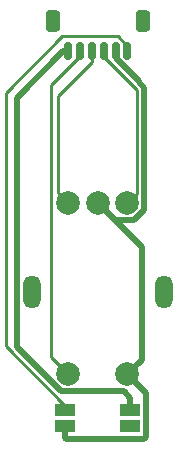
<source format=gbr>
%TF.GenerationSoftware,KiCad,Pcbnew,(6.0.5)*%
%TF.CreationDate,2022-08-05T18:45:46+09:00*%
%TF.ProjectId,ergotonic_f24_exre,6572676f-746f-46e6-9963-5f6632345f65,rev?*%
%TF.SameCoordinates,Original*%
%TF.FileFunction,Copper,L1,Top*%
%TF.FilePolarity,Positive*%
%FSLAX46Y46*%
G04 Gerber Fmt 4.6, Leading zero omitted, Abs format (unit mm)*
G04 Created by KiCad (PCBNEW (6.0.5)) date 2022-08-05 18:45:46*
%MOMM*%
%LPD*%
G01*
G04 APERTURE LIST*
G04 Aperture macros list*
%AMRoundRect*
0 Rectangle with rounded corners*
0 $1 Rounding radius*
0 $2 $3 $4 $5 $6 $7 $8 $9 X,Y pos of 4 corners*
0 Add a 4 corners polygon primitive as box body*
4,1,4,$2,$3,$4,$5,$6,$7,$8,$9,$2,$3,0*
0 Add four circle primitives for the rounded corners*
1,1,$1+$1,$2,$3*
1,1,$1+$1,$4,$5*
1,1,$1+$1,$6,$7*
1,1,$1+$1,$8,$9*
0 Add four rect primitives between the rounded corners*
20,1,$1+$1,$2,$3,$4,$5,0*
20,1,$1+$1,$4,$5,$6,$7,0*
20,1,$1+$1,$6,$7,$8,$9,0*
20,1,$1+$1,$8,$9,$2,$3,0*%
G04 Aperture macros list end*
%TA.AperFunction,ComponentPad*%
%ADD10C,2.000000*%
%TD*%
%TA.AperFunction,ComponentPad*%
%ADD11O,1.500000X2.800000*%
%TD*%
%TA.AperFunction,SMDPad,CuDef*%
%ADD12R,1.700000X1.000000*%
%TD*%
%TA.AperFunction,SMDPad,CuDef*%
%ADD13RoundRect,0.150000X-0.150000X-0.625000X0.150000X-0.625000X0.150000X0.625000X-0.150000X0.625000X0*%
%TD*%
%TA.AperFunction,ComponentPad*%
%ADD14RoundRect,0.249600X-0.350400X-0.650400X0.350400X-0.650400X0.350400X0.650400X-0.350400X0.650400X0*%
%TD*%
%TA.AperFunction,Conductor*%
%ADD15C,0.250000*%
%TD*%
%TA.AperFunction,Conductor*%
%ADD16C,0.500000*%
%TD*%
G04 APERTURE END LIST*
D10*
%TO.P,REX1,A,A*%
%TO.N,ENC_A*%
X2500000Y-88500000D03*
%TO.P,REX1,B,B*%
%TO.N,ENC_B*%
X-2500000Y-88500000D03*
%TO.P,REX1,C,C*%
%TO.N,GND*%
X0Y-88500000D03*
D11*
%TO.P,REX1,MP*%
%TO.N,N/C*%
X5600000Y-96000000D03*
X-5600000Y-96000000D03*
D10*
%TO.P,REX1,S1,S1*%
%TO.N,ENC_PUSH*%
X-2500000Y-103000000D03*
%TO.P,REX1,S2,S2*%
%TO.N,GND*%
X2500000Y-103000000D03*
%TD*%
D12*
%TO.P,LED_X1,1,VDD*%
%TO.N,VCC*%
X2750000Y-106000000D03*
%TO.P,LED_X1,2,DOUT*%
%TO.N,unconnected-(LED_X1-Pad2)*%
X2750000Y-107400000D03*
%TO.P,LED_X1,3,VSS*%
%TO.N,GND*%
X-2750000Y-107400000D03*
%TO.P,LED_X1,4,DIN*%
%TO.N,LED_EXT*%
X-2750000Y-106000000D03*
%TD*%
D13*
%TO.P,JX1,1,Pin_1*%
%TO.N,VCC*%
X-2500000Y-75625000D03*
%TO.P,JX1,2,Pin_2*%
%TO.N,ENC_PUSH*%
X-1500000Y-75625000D03*
%TO.P,JX1,3,Pin_3*%
%TO.N,ENC_B*%
X-500000Y-75625000D03*
%TO.P,JX1,4,Pin_4*%
%TO.N,ENC_A*%
X500000Y-75625000D03*
%TO.P,JX1,5,Pin_5*%
%TO.N,GND*%
X1500000Y-75625000D03*
%TO.P,JX1,6,Pin_6*%
%TO.N,LED_EXT*%
X2500000Y-75625000D03*
D14*
%TO.P,JX1,MP*%
%TO.N,N/C*%
X-3800000Y-73100000D03*
X3800000Y-73100000D03*
%TD*%
D15*
%TO.N,ENC_A*%
X500000Y-76100012D02*
X500000Y-75625000D01*
X3300000Y-78900012D02*
X500000Y-76100012D01*
X3300000Y-87700000D02*
X3300000Y-78900012D01*
X2500000Y-88500000D02*
X3300000Y-87700000D01*
D16*
%TO.N,GND*%
X1500000Y-76247849D02*
X1500000Y-75625000D01*
X3450000Y-78237530D02*
X3450000Y-78197849D01*
X3450000Y-78197849D02*
X1500000Y-76247849D01*
X3949511Y-89100408D02*
X3949511Y-78737041D01*
X1449511Y-89949511D02*
X3100408Y-89949511D01*
X3100408Y-89949511D02*
X3949511Y-89100408D01*
X3949511Y-78737041D02*
X3450000Y-78237530D01*
X0Y-88500000D02*
X1449511Y-89949511D01*
D15*
%TO.N,ENC_B*%
X-500000Y-76550000D02*
X-500000Y-75625000D01*
X-3350000Y-79400000D02*
X-500000Y-76550000D01*
X-3350000Y-87650000D02*
X-3350000Y-79400000D01*
X-2500000Y-88500000D02*
X-3350000Y-87650000D01*
%TO.N,ENC_PUSH*%
X-3950000Y-101550000D02*
X-3950000Y-78521072D01*
X-2500000Y-103000000D02*
X-3950000Y-101550000D01*
X-1500000Y-76071072D02*
X-1500000Y-75625000D01*
X-3950000Y-78521072D02*
X-1500000Y-76071072D01*
%TO.N,LED_EXT*%
X-7800000Y-100600000D02*
X-2750000Y-105650000D01*
X-3050000Y-74400000D02*
X-7800000Y-79150000D01*
X1721072Y-74400000D02*
X-3050000Y-74400000D01*
X2500000Y-75178928D02*
X1721072Y-74400000D01*
X2500000Y-75625000D02*
X2500000Y-75178928D01*
D16*
%TO.N,VCC*%
X-6869520Y-100717998D02*
X-6869520Y-79569520D01*
X-6869520Y-79569520D02*
X-2925000Y-75625000D01*
X2199511Y-104449511D02*
X-3138007Y-104449511D01*
X-2925000Y-75625000D02*
X-2500000Y-75625000D01*
X2750000Y-105000000D02*
X2199511Y-104449511D01*
D15*
%TO.N,LED_EXT*%
X-7800000Y-79150000D02*
X-7800000Y-100600000D01*
D16*
%TO.N,VCC*%
X-3138007Y-104449511D02*
X-6869520Y-100717998D01*
X2750000Y-106000000D02*
X2750000Y-105000000D01*
D15*
%TO.N,LED_EXT*%
X-2750000Y-105650000D02*
X-2750000Y-106000000D01*
D16*
%TO.N,GND*%
X3750000Y-101750000D02*
X3750000Y-92250000D01*
X2500000Y-103000000D02*
X3750000Y-101750000D01*
X3750000Y-92250000D02*
X0Y-88500000D01*
X4049511Y-104549511D02*
X2500000Y-103000000D01*
X3899002Y-108500020D02*
X4049511Y-108349511D01*
X-2649980Y-108500020D02*
X3899002Y-108500020D01*
X4049511Y-108349511D02*
X4049511Y-104549511D01*
X-2750000Y-108400000D02*
X-2649980Y-108500020D01*
X-2750000Y-107400000D02*
X-2750000Y-108400000D01*
%TD*%
M02*

</source>
